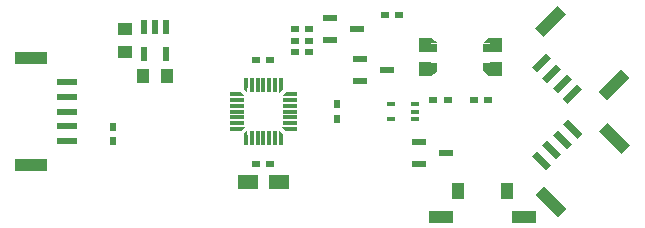
<source format=gbr>
G04 #@! TF.FileFunction,Soldermask,Bot*
%FSLAX46Y46*%
G04 Gerber Fmt 4.6, Leading zero omitted, Abs format (unit mm)*
G04 Created by KiCad (PCBNEW 4.0.7-e2-6376~58~ubuntu14.04.1) date Wed May 23 14:22:57 2018*
%MOMM*%
%LPD*%
G01*
G04 APERTURE LIST*
%ADD10C,0.100000*%
%ADD11R,1.000000X1.400000*%
%ADD12R,2.000000X1.000000*%
%ADD13R,1.600000X0.800000*%
%ADD14R,1.000000X1.200000*%
%ADD15R,1.200000X1.000000*%
%ADD16R,0.800000X0.500000*%
%ADD17R,0.500000X0.800000*%
%ADD18R,0.600000X1.200000*%
%ADD19R,0.300000X0.900000*%
%ADD20R,0.300000X1.200000*%
%ADD21R,0.900000X0.300000*%
%ADD22R,1.200000X0.300000*%
%ADD23R,1.700000X0.600000*%
%ADD24R,2.700000X1.000000*%
%ADD25R,1.200000X0.600000*%
%ADD26R,1.800000X1.250000*%
%ADD27R,0.800000X0.300000*%
G04 APERTURE END LIST*
D10*
D11*
X133850000Y-87750000D03*
X129650000Y-87750000D03*
D12*
X135250000Y-89900000D03*
X128250000Y-89900000D03*
D13*
X132575000Y-77200000D03*
X132575000Y-75600000D03*
X127175000Y-77200000D03*
X127175000Y-75600000D03*
D14*
X126875000Y-77400000D03*
X126875000Y-75400000D03*
X132875000Y-77400000D03*
X132875000Y-75400000D03*
D10*
G36*
X127325000Y-78000000D02*
X126775000Y-77600000D01*
X127975000Y-77600000D01*
X127425000Y-78000000D01*
X127325000Y-78000000D01*
X127325000Y-78000000D01*
G37*
G36*
X127425000Y-74800000D02*
X127975000Y-75200000D01*
X126775000Y-75200000D01*
X127325000Y-74800000D01*
X127425000Y-74800000D01*
X127425000Y-74800000D01*
G37*
G36*
X132325000Y-78000000D02*
X131775000Y-77600000D01*
X132975000Y-77600000D01*
X132425000Y-78000000D01*
X132325000Y-78000000D01*
X132325000Y-78000000D01*
G37*
G36*
X132425000Y-74800000D02*
X132975000Y-75200000D01*
X131775000Y-75200000D01*
X132325000Y-74800000D01*
X132425000Y-74800000D01*
X132425000Y-74800000D01*
G37*
G36*
X137222093Y-83431712D02*
X138424175Y-84633794D01*
X137999911Y-85058058D01*
X136797829Y-83855976D01*
X137222093Y-83431712D01*
X137222093Y-83431712D01*
G37*
G36*
X136338210Y-84315596D02*
X137540292Y-85517678D01*
X137116028Y-85941942D01*
X135913946Y-84739860D01*
X136338210Y-84315596D01*
X136338210Y-84315596D01*
G37*
G36*
X138105976Y-82547829D02*
X139308058Y-83749911D01*
X138883794Y-84174175D01*
X137681712Y-82972093D01*
X138105976Y-82547829D01*
X138105976Y-82547829D01*
G37*
G36*
X138989860Y-81663946D02*
X140191942Y-82866028D01*
X139767678Y-83290292D01*
X138565596Y-82088210D01*
X138989860Y-81663946D01*
X138989860Y-81663946D01*
G37*
G36*
X136921573Y-87338477D02*
X138830762Y-89247666D01*
X138123655Y-89954773D01*
X136214466Y-88045584D01*
X136921573Y-87338477D01*
X136921573Y-87338477D01*
G37*
G36*
X142295584Y-81964466D02*
X144204773Y-83873655D01*
X143497666Y-84580762D01*
X141588477Y-82671573D01*
X142295584Y-81964466D01*
X142295584Y-81964466D01*
G37*
D15*
X101500000Y-74000000D03*
X101500000Y-76000000D03*
D16*
X112600000Y-85400000D03*
X113800000Y-85400000D03*
D14*
X103000000Y-78000000D03*
X105000000Y-78000000D03*
D17*
X100500000Y-82300000D03*
X100500000Y-83500000D03*
D10*
G36*
X137681712Y-79027907D02*
X138883794Y-77825825D01*
X139308058Y-78250089D01*
X138105976Y-79452171D01*
X137681712Y-79027907D01*
X137681712Y-79027907D01*
G37*
G36*
X138565596Y-79911790D02*
X139767678Y-78709708D01*
X140191942Y-79133972D01*
X138989860Y-80336054D01*
X138565596Y-79911790D01*
X138565596Y-79911790D01*
G37*
G36*
X136797829Y-78144024D02*
X137999911Y-76941942D01*
X138424175Y-77366206D01*
X137222093Y-78568288D01*
X136797829Y-78144024D01*
X136797829Y-78144024D01*
G37*
G36*
X135913946Y-77260140D02*
X137116028Y-76058058D01*
X137540292Y-76482322D01*
X136338210Y-77684404D01*
X135913946Y-77260140D01*
X135913946Y-77260140D01*
G37*
G36*
X141588477Y-79328427D02*
X143497666Y-77419238D01*
X144204773Y-78126345D01*
X142295584Y-80035534D01*
X141588477Y-79328427D01*
X141588477Y-79328427D01*
G37*
G36*
X136214466Y-73954416D02*
X138123655Y-72045227D01*
X138830762Y-72752334D01*
X136921573Y-74661523D01*
X136214466Y-73954416D01*
X136214466Y-73954416D01*
G37*
D16*
X124700000Y-72800000D03*
X123500000Y-72800000D03*
X128800000Y-80000000D03*
X127600000Y-80000000D03*
X132200000Y-80000000D03*
X131000000Y-80000000D03*
D18*
X104000000Y-73850000D03*
X103050000Y-73850000D03*
X104950000Y-73850000D03*
X104950000Y-76150000D03*
X103050000Y-76150000D03*
D16*
X113800000Y-76600000D03*
X112600000Y-76600000D03*
D17*
X119400000Y-81600000D03*
X119400000Y-80400000D03*
D19*
X111700000Y-78600000D03*
D20*
X112200000Y-78750000D03*
X112700000Y-78750000D03*
X113200000Y-78750000D03*
X113700000Y-78750000D03*
X114200000Y-78750000D03*
D19*
X114700000Y-78600000D03*
D21*
X115600000Y-79500000D03*
D22*
X115450000Y-80000000D03*
X115450000Y-80500000D03*
X115450000Y-81000000D03*
X115450000Y-81500000D03*
X115450000Y-82000000D03*
D21*
X115600000Y-82500000D03*
D19*
X114700000Y-83400000D03*
D20*
X114200000Y-83250000D03*
X113700000Y-83250000D03*
X113200000Y-83250000D03*
X112700000Y-83250000D03*
X112200000Y-83250000D03*
D19*
X111700000Y-83400000D03*
D21*
X110800000Y-82500000D03*
D22*
X110950000Y-82000000D03*
X110950000Y-81500000D03*
X110950000Y-81000000D03*
X110950000Y-80500000D03*
X110950000Y-80000000D03*
D21*
X110800000Y-79500000D03*
D10*
G36*
X111850000Y-78600000D02*
X111850000Y-79400000D01*
X111550000Y-79100000D01*
X111550000Y-78900000D01*
X111850000Y-78600000D01*
X111850000Y-78600000D01*
G37*
G36*
X111600000Y-79650000D02*
X110800000Y-79650000D01*
X111100000Y-79350000D01*
X111300000Y-79350000D01*
X111600000Y-79650000D01*
X111600000Y-79650000D01*
G37*
G36*
X114800000Y-82350000D02*
X115600000Y-82350000D01*
X115300000Y-82650000D01*
X115100000Y-82650000D01*
X114800000Y-82350000D01*
X114800000Y-82350000D01*
G37*
G36*
X114550000Y-83400000D02*
X114550000Y-82600000D01*
X114850000Y-82900000D01*
X114850000Y-83100000D01*
X114550000Y-83400000D01*
X114550000Y-83400000D01*
G37*
G36*
X114550000Y-79400000D02*
X114550000Y-78600000D01*
X114850000Y-78900000D01*
X114850000Y-79100000D01*
X114550000Y-79400000D01*
X114550000Y-79400000D01*
G37*
G36*
X115600000Y-79650000D02*
X114800000Y-79650000D01*
X115100000Y-79350000D01*
X115300000Y-79350000D01*
X115600000Y-79650000D01*
X115600000Y-79650000D01*
G37*
G36*
X111850000Y-82600000D02*
X111850000Y-83400000D01*
X111550000Y-83100000D01*
X111550000Y-82900000D01*
X111850000Y-82600000D01*
X111850000Y-82600000D01*
G37*
G36*
X110800000Y-82350000D02*
X111600000Y-82350000D01*
X111300000Y-82650000D01*
X111100000Y-82650000D01*
X110800000Y-82350000D01*
X110800000Y-82350000D01*
G37*
D23*
X96600000Y-81000000D03*
X96600000Y-79750000D03*
X96600000Y-82250000D03*
X96600000Y-83500000D03*
D24*
X93550000Y-76500000D03*
X93550000Y-85500000D03*
D23*
X96600000Y-78500000D03*
D25*
X121150000Y-74000000D03*
X118850000Y-74950000D03*
X118850000Y-73050000D03*
X123650000Y-77500000D03*
X121350000Y-78450000D03*
X121350000Y-76550000D03*
X128650000Y-84500000D03*
X126350000Y-85450000D03*
X126350000Y-83550000D03*
D16*
X117100000Y-75000000D03*
X115900000Y-75000000D03*
X117100000Y-74000000D03*
X115900000Y-74000000D03*
X117100000Y-76000000D03*
X115900000Y-76000000D03*
D26*
X111900000Y-87000000D03*
X114500000Y-87000000D03*
D27*
X126000000Y-80350000D03*
X126000000Y-81000000D03*
X126000000Y-81650000D03*
X124000000Y-81650000D03*
X124000000Y-80350000D03*
M02*

</source>
